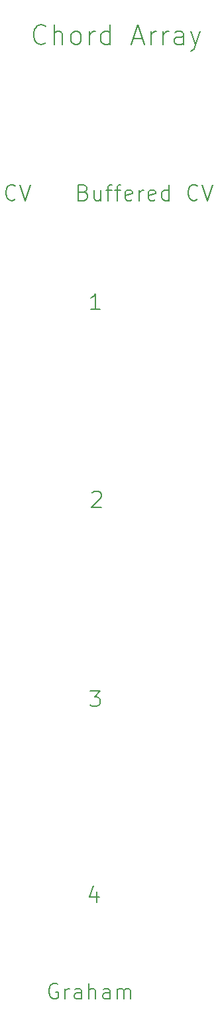
<source format=gbr>
G04 #@! TF.GenerationSoftware,KiCad,Pcbnew,5.1.6-1.fc31*
G04 #@! TF.CreationDate,2020-06-19T15:26:16-04:00*
G04 #@! TF.ProjectId,ChordArrayFacePlate,43686f72-6441-4727-9261-794661636550,rev?*
G04 #@! TF.SameCoordinates,Original*
G04 #@! TF.FileFunction,Legend,Top*
G04 #@! TF.FilePolarity,Positive*
%FSLAX46Y46*%
G04 Gerber Fmt 4.6, Leading zero omitted, Abs format (unit mm)*
G04 Created by KiCad (PCBNEW 5.1.6-1.fc31) date 2020-06-19 15:26:16*
%MOMM*%
%LPD*%
G01*
G04 APERTURE LIST*
%ADD10C,0.150000*%
G04 APERTURE END LIST*
D10*
X136005952Y-143521428D02*
X136005952Y-144854761D01*
X135529761Y-142759523D02*
X135053571Y-144188095D01*
X136291666Y-144188095D01*
X135133333Y-117929761D02*
X136371428Y-117929761D01*
X135704761Y-118691666D01*
X135990476Y-118691666D01*
X136180952Y-118786904D01*
X136276190Y-118882142D01*
X136371428Y-119072619D01*
X136371428Y-119548809D01*
X136276190Y-119739285D01*
X136180952Y-119834523D01*
X135990476Y-119929761D01*
X135419047Y-119929761D01*
X135228571Y-119834523D01*
X135133333Y-119739285D01*
X135403571Y-92745238D02*
X135498809Y-92650000D01*
X135689285Y-92554761D01*
X136165476Y-92554761D01*
X136355952Y-92650000D01*
X136451190Y-92745238D01*
X136546428Y-92935714D01*
X136546428Y-93126190D01*
X136451190Y-93411904D01*
X135308333Y-94554761D01*
X136546428Y-94554761D01*
X136371428Y-69354761D02*
X135228571Y-69354761D01*
X135800000Y-69354761D02*
X135800000Y-67354761D01*
X135609523Y-67640476D01*
X135419047Y-67830952D01*
X135228571Y-67926190D01*
X134288095Y-54457142D02*
X134573809Y-54552380D01*
X134669047Y-54647619D01*
X134764285Y-54838095D01*
X134764285Y-55123809D01*
X134669047Y-55314285D01*
X134573809Y-55409523D01*
X134383333Y-55504761D01*
X133621428Y-55504761D01*
X133621428Y-53504761D01*
X134288095Y-53504761D01*
X134478571Y-53600000D01*
X134573809Y-53695238D01*
X134669047Y-53885714D01*
X134669047Y-54076190D01*
X134573809Y-54266666D01*
X134478571Y-54361904D01*
X134288095Y-54457142D01*
X133621428Y-54457142D01*
X136478571Y-54171428D02*
X136478571Y-55504761D01*
X135621428Y-54171428D02*
X135621428Y-55219047D01*
X135716666Y-55409523D01*
X135907142Y-55504761D01*
X136192857Y-55504761D01*
X136383333Y-55409523D01*
X136478571Y-55314285D01*
X137145238Y-54171428D02*
X137907142Y-54171428D01*
X137430952Y-55504761D02*
X137430952Y-53790476D01*
X137526190Y-53600000D01*
X137716666Y-53504761D01*
X137907142Y-53504761D01*
X138288095Y-54171428D02*
X139050000Y-54171428D01*
X138573809Y-55504761D02*
X138573809Y-53790476D01*
X138669047Y-53600000D01*
X138859523Y-53504761D01*
X139050000Y-53504761D01*
X140478571Y-55409523D02*
X140288095Y-55504761D01*
X139907142Y-55504761D01*
X139716666Y-55409523D01*
X139621428Y-55219047D01*
X139621428Y-54457142D01*
X139716666Y-54266666D01*
X139907142Y-54171428D01*
X140288095Y-54171428D01*
X140478571Y-54266666D01*
X140573809Y-54457142D01*
X140573809Y-54647619D01*
X139621428Y-54838095D01*
X141430952Y-55504761D02*
X141430952Y-54171428D01*
X141430952Y-54552380D02*
X141526190Y-54361904D01*
X141621428Y-54266666D01*
X141811904Y-54171428D01*
X142002380Y-54171428D01*
X143430952Y-55409523D02*
X143240476Y-55504761D01*
X142859523Y-55504761D01*
X142669047Y-55409523D01*
X142573809Y-55219047D01*
X142573809Y-54457142D01*
X142669047Y-54266666D01*
X142859523Y-54171428D01*
X143240476Y-54171428D01*
X143430952Y-54266666D01*
X143526190Y-54457142D01*
X143526190Y-54647619D01*
X142573809Y-54838095D01*
X145240476Y-55504761D02*
X145240476Y-53504761D01*
X145240476Y-55409523D02*
X145050000Y-55504761D01*
X144669047Y-55504761D01*
X144478571Y-55409523D01*
X144383333Y-55314285D01*
X144288095Y-55123809D01*
X144288095Y-54552380D01*
X144383333Y-54361904D01*
X144478571Y-54266666D01*
X144669047Y-54171428D01*
X145050000Y-54171428D01*
X145240476Y-54266666D01*
X148859523Y-55314285D02*
X148764285Y-55409523D01*
X148478571Y-55504761D01*
X148288095Y-55504761D01*
X148002380Y-55409523D01*
X147811904Y-55219047D01*
X147716666Y-55028571D01*
X147621428Y-54647619D01*
X147621428Y-54361904D01*
X147716666Y-53980952D01*
X147811904Y-53790476D01*
X148002380Y-53600000D01*
X148288095Y-53504761D01*
X148478571Y-53504761D01*
X148764285Y-53600000D01*
X148859523Y-53695238D01*
X149430952Y-53504761D02*
X150097619Y-55504761D01*
X150764285Y-53504761D01*
X125586904Y-55314285D02*
X125491666Y-55409523D01*
X125205952Y-55504761D01*
X125015476Y-55504761D01*
X124729761Y-55409523D01*
X124539285Y-55219047D01*
X124444047Y-55028571D01*
X124348809Y-54647619D01*
X124348809Y-54361904D01*
X124444047Y-53980952D01*
X124539285Y-53790476D01*
X124729761Y-53600000D01*
X125015476Y-53504761D01*
X125205952Y-53504761D01*
X125491666Y-53600000D01*
X125586904Y-53695238D01*
X126158333Y-53504761D02*
X126825000Y-55504761D01*
X127491666Y-53504761D01*
X130982142Y-155275000D02*
X130791666Y-155179761D01*
X130505952Y-155179761D01*
X130220238Y-155275000D01*
X130029761Y-155465476D01*
X129934523Y-155655952D01*
X129839285Y-156036904D01*
X129839285Y-156322619D01*
X129934523Y-156703571D01*
X130029761Y-156894047D01*
X130220238Y-157084523D01*
X130505952Y-157179761D01*
X130696428Y-157179761D01*
X130982142Y-157084523D01*
X131077380Y-156989285D01*
X131077380Y-156322619D01*
X130696428Y-156322619D01*
X131934523Y-157179761D02*
X131934523Y-155846428D01*
X131934523Y-156227380D02*
X132029761Y-156036904D01*
X132125000Y-155941666D01*
X132315476Y-155846428D01*
X132505952Y-155846428D01*
X134029761Y-157179761D02*
X134029761Y-156132142D01*
X133934523Y-155941666D01*
X133744047Y-155846428D01*
X133363095Y-155846428D01*
X133172619Y-155941666D01*
X134029761Y-157084523D02*
X133839285Y-157179761D01*
X133363095Y-157179761D01*
X133172619Y-157084523D01*
X133077380Y-156894047D01*
X133077380Y-156703571D01*
X133172619Y-156513095D01*
X133363095Y-156417857D01*
X133839285Y-156417857D01*
X134029761Y-156322619D01*
X134982142Y-157179761D02*
X134982142Y-155179761D01*
X135839285Y-157179761D02*
X135839285Y-156132142D01*
X135744047Y-155941666D01*
X135553571Y-155846428D01*
X135267857Y-155846428D01*
X135077380Y-155941666D01*
X134982142Y-156036904D01*
X137648809Y-157179761D02*
X137648809Y-156132142D01*
X137553571Y-155941666D01*
X137363095Y-155846428D01*
X136982142Y-155846428D01*
X136791666Y-155941666D01*
X137648809Y-157084523D02*
X137458333Y-157179761D01*
X136982142Y-157179761D01*
X136791666Y-157084523D01*
X136696428Y-156894047D01*
X136696428Y-156703571D01*
X136791666Y-156513095D01*
X136982142Y-156417857D01*
X137458333Y-156417857D01*
X137648809Y-156322619D01*
X138601190Y-157179761D02*
X138601190Y-155846428D01*
X138601190Y-156036904D02*
X138696428Y-155941666D01*
X138886904Y-155846428D01*
X139172619Y-155846428D01*
X139363095Y-155941666D01*
X139458333Y-156132142D01*
X139458333Y-157179761D01*
X139458333Y-156132142D02*
X139553571Y-155941666D01*
X139744047Y-155846428D01*
X140029761Y-155846428D01*
X140220238Y-155941666D01*
X140315476Y-156132142D01*
X140315476Y-157179761D01*
X129452380Y-35392857D02*
X129333333Y-35511904D01*
X128976190Y-35630952D01*
X128738095Y-35630952D01*
X128380952Y-35511904D01*
X128142857Y-35273809D01*
X128023809Y-35035714D01*
X127904761Y-34559523D01*
X127904761Y-34202380D01*
X128023809Y-33726190D01*
X128142857Y-33488095D01*
X128380952Y-33250000D01*
X128738095Y-33130952D01*
X128976190Y-33130952D01*
X129333333Y-33250000D01*
X129452380Y-33369047D01*
X130523809Y-35630952D02*
X130523809Y-33130952D01*
X131595238Y-35630952D02*
X131595238Y-34321428D01*
X131476190Y-34083333D01*
X131238095Y-33964285D01*
X130880952Y-33964285D01*
X130642857Y-34083333D01*
X130523809Y-34202380D01*
X133142857Y-35630952D02*
X132904761Y-35511904D01*
X132785714Y-35392857D01*
X132666666Y-35154761D01*
X132666666Y-34440476D01*
X132785714Y-34202380D01*
X132904761Y-34083333D01*
X133142857Y-33964285D01*
X133500000Y-33964285D01*
X133738095Y-34083333D01*
X133857142Y-34202380D01*
X133976190Y-34440476D01*
X133976190Y-35154761D01*
X133857142Y-35392857D01*
X133738095Y-35511904D01*
X133500000Y-35630952D01*
X133142857Y-35630952D01*
X135047619Y-35630952D02*
X135047619Y-33964285D01*
X135047619Y-34440476D02*
X135166666Y-34202380D01*
X135285714Y-34083333D01*
X135523809Y-33964285D01*
X135761904Y-33964285D01*
X137666666Y-35630952D02*
X137666666Y-33130952D01*
X137666666Y-35511904D02*
X137428571Y-35630952D01*
X136952380Y-35630952D01*
X136714285Y-35511904D01*
X136595238Y-35392857D01*
X136476190Y-35154761D01*
X136476190Y-34440476D01*
X136595238Y-34202380D01*
X136714285Y-34083333D01*
X136952380Y-33964285D01*
X137428571Y-33964285D01*
X137666666Y-34083333D01*
X140642857Y-34916666D02*
X141833333Y-34916666D01*
X140404761Y-35630952D02*
X141238095Y-33130952D01*
X142071428Y-35630952D01*
X142904761Y-35630952D02*
X142904761Y-33964285D01*
X142904761Y-34440476D02*
X143023809Y-34202380D01*
X143142857Y-34083333D01*
X143380952Y-33964285D01*
X143619047Y-33964285D01*
X144452380Y-35630952D02*
X144452380Y-33964285D01*
X144452380Y-34440476D02*
X144571428Y-34202380D01*
X144690476Y-34083333D01*
X144928571Y-33964285D01*
X145166666Y-33964285D01*
X147071428Y-35630952D02*
X147071428Y-34321428D01*
X146952380Y-34083333D01*
X146714285Y-33964285D01*
X146238095Y-33964285D01*
X146000000Y-34083333D01*
X147071428Y-35511904D02*
X146833333Y-35630952D01*
X146238095Y-35630952D01*
X146000000Y-35511904D01*
X145880952Y-35273809D01*
X145880952Y-35035714D01*
X146000000Y-34797619D01*
X146238095Y-34678571D01*
X146833333Y-34678571D01*
X147071428Y-34559523D01*
X148023809Y-33964285D02*
X148619047Y-35630952D01*
X149214285Y-33964285D02*
X148619047Y-35630952D01*
X148380952Y-36226190D01*
X148261904Y-36345238D01*
X148023809Y-36464285D01*
M02*

</source>
